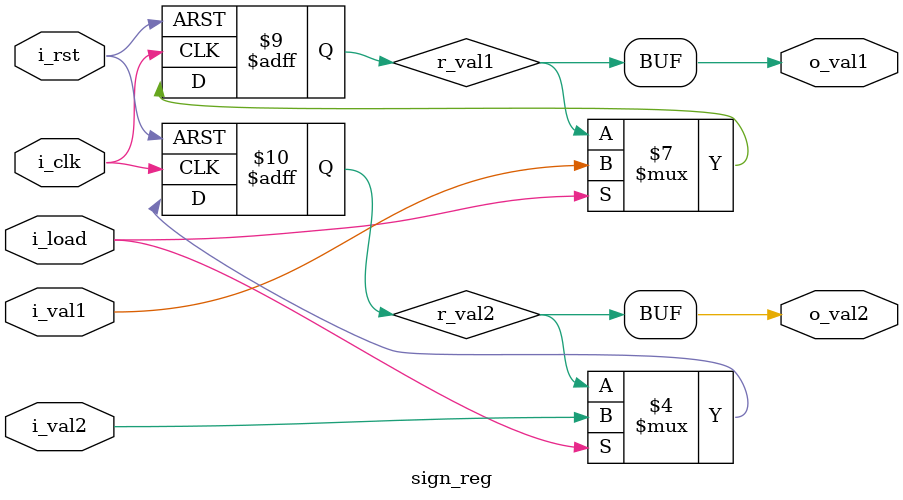
<source format=sv>
/*-----------------------------------------------
* MODULE: 	  sign_reg.sv
* DESCRITION: Holds the value of the sign
* INPUTS: 	  clock, reset, signal load and values
* OUTPUTS:    Values
* VERSION:    1.0
* AUTHORS:    Andres Hernandez, Carem Acosta
* DATE:       10 / 03 / 19
* ----------------------------------------------*/
module sign_reg
(
	/*Inputs*/
	input 	i_clk,
	input 	i_rst,
	input 	i_load,
	input 	i_val1,
	input 	i_val2,

	/*Outputs*/
	output 	o_val1,
	output 	o_val2
);

/*Registers to save the sign*/
logic r_val1; 
logic r_val2; 

always_ff @(posedge i_clk or negedge i_rst) begin 
	if(~i_rst) begin	/*Registers begins with zero*/
		r_val1 <= 0;
		r_val2 <= 0;
	end 
	else if(i_load)begin		/*The signs are loaded*/
		r_val1 <= i_val1;
		r_val2 <= i_val2;
	end
	else begin
		r_val1 <= r_val1;		/*Holds the sign value*/
		r_val2 <= r_val2;
	end
end

assign o_val1 = r_val1;
assign o_val2 = r_val2;

endmodule

</source>
